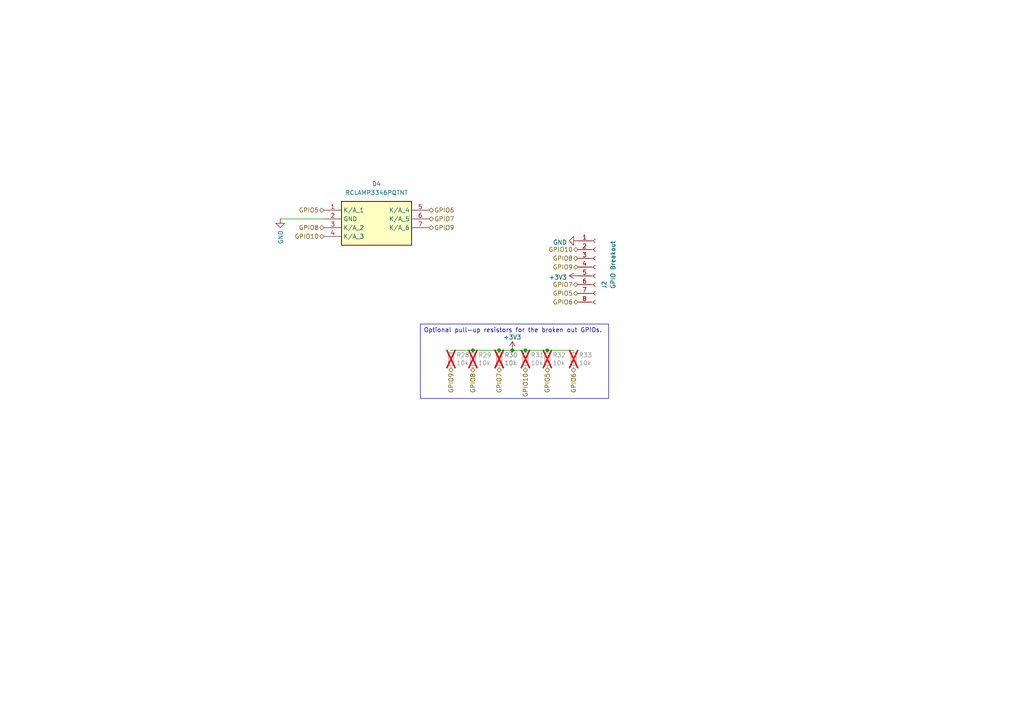
<source format=kicad_sch>
(kicad_sch (version 20231120) (generator "eeschema") (generator_version "8.0")
  (paper "A4")
  (lib_symbols
    (symbol "Connector:Conn_01x08_Female" (pin_names (offset 1.016) hide)
      (property "Reference" "J" (at 0 10.16 0))
      (property "Value" "Conn_01x08_Female" (at 0 -12.7 0))
      (symbol "Conn_01x08_Female_1_1"
        (arc (start 0 -9.652) (mid -0.5058 -10.16) (end 0 -10.668) (stroke (width 0.1524)))
        (arc (start 0 -7.112) (mid -0.5058 -7.62) (end 0 -8.128) (stroke (width 0.1524)))
        (arc (start 0 -4.572) (mid -0.5058 -5.08) (end 0 -5.588) (stroke (width 0.1524)))
        (arc (start 0 -2.032) (mid -0.5058 -2.54) (end 0 -3.048) (stroke (width 0.1524)))
        (polyline (pts (xy -1.27 -10.16) (xy -0.508 -10.16)) (stroke (width 0.1524)))
        (polyline (pts (xy -1.27 -7.62) (xy -0.508 -7.62)) (stroke (width 0.1524)))
        (polyline (pts (xy -1.27 -5.08) (xy -0.508 -5.08)) (stroke (width 0.1524)))
        (polyline (pts (xy -1.27 -2.54) (xy -0.508 -2.54)) (stroke (width 0.1524)))
        (polyline (pts (xy -1.27 0) (xy -0.508 0)) (stroke (width 0.1524)))
        (polyline (pts (xy -1.27 2.54) (xy -0.508 2.54)) (stroke (width 0.1524)))
        (polyline (pts (xy -1.27 5.08) (xy -0.508 5.08)) (stroke (width 0.1524)))
        (polyline (pts (xy -1.27 7.62) (xy -0.508 7.62)) (stroke (width 0.1524)))
        (arc (start 0 0.508) (mid -0.5058 0) (end 0 -0.508) (stroke (width 0.1524)))
        (arc (start 0 3.048) (mid -0.5058 2.54) (end 0 2.032) (stroke (width 0.1524)))
        (arc (start 0 5.588) (mid -0.5058 5.08) (end 0 4.572) (stroke (width 0.1524)))
        (arc (start 0 8.128) (mid -0.5058 7.62) (end 0 7.112) (stroke (width 0.1524)))
        (pin passive line (at -5.08 7.62 0) (length 3.81) (name "Pin_1") (number "1"))
        (pin passive line (at -5.08 5.08 0) (length 3.81) (name "Pin_2") (number "2"))
        (pin passive line (at -5.08 2.54 0) (length 3.81) (name "Pin_3") (number "3"))
        (pin passive line (at -5.08 0 0) (length 3.81) (name "Pin_4") (number "4"))
        (pin passive line (at -5.08 -2.54 0) (length 3.81) (name "Pin_5") (number "5"))
        (pin passive line (at -5.08 -5.08 0) (length 3.81) (name "Pin_6") (number "6"))
        (pin passive line (at -5.08 -7.62 0) (length 3.81) (name "Pin_7") (number "7"))
        (pin passive line (at -5.08 -10.16 0) (length 3.81) (name "Pin_8") (number "8"))
      )
    )
    (symbol "Device:R_Small" (pin_numbers hide) (pin_names (offset 0.254) hide)
      (property "Reference" "R" (at 0.762 0.508 0))
      (property "Value" "R_Small" (at 0.762 -1.016 0))
      (symbol "R_Small_0_1"
        (rectangle (start -0.762 1.778) (end 0.762 -1.778) (stroke (width 0.2032)))
      )
      (symbol "R_Small_1_1"
        (pin passive line (at 0 2.54 270) (length 0.762) (name "~") (number "1"))
        (pin passive line (at 0 -2.54 90) (length 0.762) (name "~") (number "2"))
      )
    )
    (symbol "iclr:RCLAMP3346PQTNT"
      (property "Reference" "D" (at 26.67 7.62 0))
      (property "Value" "RCLAMP3346PQTNT" (at 26.67 5.08 0))
      (symbol "RCLAMP3346PQTNT_1_1"
        (rectangle (start 5.08 2.54) (end 25.4 -10.16) (stroke (width 0.254)) (fill (type background)))
        (pin passive line (at 0 0 0) (length 5.08) (name "K/A_1") (number "1"))
        (pin passive line (at 0 -2.54 0) (length 5.08) (name "GND") (number "2"))
        (pin passive line (at 0 -5.08 0) (length 5.08) (name "K/A_2") (number "3"))
        (pin passive line (at 0 -7.62 0) (length 5.08) (name "K/A_3") (number "4"))
        (pin passive line (at 30.48 0 180) (length 5.08) (name "K/A_4") (number "5"))
        (pin passive line (at 30.48 -2.54 180) (length 5.08) (name "K/A_5") (number "6"))
        (pin passive line (at 30.48 -5.08 180) (length 5.08) (name "K/A_6") (number "7"))
      )
    )
    (symbol "power:+3.3V" (power) (pin_names (offset 0))
      (property "Value" "+3.3V" (at 0 3.556 0))
      (symbol "+3.3V_0_1"
        (polyline (pts (xy -0.762 1.27) (xy 0 2.54)))
        (polyline (pts (xy 0 0) (xy 0 2.54)))
        (polyline (pts (xy 0 2.54) (xy 0.762 1.27)))
      )
      (symbol "+3.3V_1_1"
        (pin power_in line (at 0 0 90) (length 0) hide (name "+3V3") (number "1"))
      )
    )
    (symbol "power:GND" (power) (pin_names (offset 0))
      (property "Value" "GND" (at 0 -3.81 0))
      (symbol "GND_0_1"
        (polyline (pts (xy 0 0) (xy 0 -1.27) (xy 1.27 -1.27) (xy 0 -2.54) (xy -1.27 -1.27) (xy 0 -1.27)))
      )
      (symbol "GND_1_1"
        (pin power_in line (at 0 0 270) (length 0) hide (name "GND") (number "1"))
      )
    )
  )
  (junction (at 152.4 101.6))
  (junction (at 148.59 101.6))
  (junction (at 144.78 101.6))
  (junction (at 158.75 101.6))
  (junction (at 137.16 101.6))
  (wire (pts (xy 130.81 101.6) (xy 137.16 101.6)))
  (wire (pts (xy 152.4 101.6) (xy 158.75 101.6)))
  (wire (pts (xy 148.59 101.6) (xy 152.4 101.6)))
  (wire (pts (xy 144.78 101.6) (xy 148.59 101.6)))
  (wire (pts (xy 81.28 63.5) (xy 93.98 63.5)))
  (wire (pts (xy 158.75 101.6) (xy 166.37 101.6)))
  (wire (pts (xy 137.16 101.6) (xy 144.78 101.6)))
  (text_box "Optional pull-up resistors for the broken out GPIOs." (at 121.92 93.98 0) (size 54.61 21.59) (effects (font (size 1.27 1.27)) (justify left top)))
  (hierarchical_label "GPIO6" (shape bidirectional) (at 124.46 60.96 0))
  (hierarchical_label "GPIO6" (shape bidirectional) (at 167.64 87.63 180))
  (hierarchical_label "GPIO5" (shape bidirectional) (at 167.64 85.09 180))
  (hierarchical_label "GPIO8" (shape bidirectional) (at 137.16 106.68 270))
  (hierarchical_label "GPIO7" (shape bidirectional) (at 144.78 106.68 270))
  (hierarchical_label "GPIO6" (shape bidirectional) (at 166.37 106.68 270))
  (hierarchical_label "GPIO9" (shape bidirectional) (at 124.46 66.04 0))
  (hierarchical_label "GPIO7" (shape bidirectional) (at 124.46 63.5 0))
  (hierarchical_label "GPIO7" (shape bidirectional) (at 167.64 82.55 180))
  (hierarchical_label "GPIO9" (shape bidirectional) (at 167.64 77.47 180))
  (hierarchical_label "GPIO9" (shape bidirectional) (at 130.81 106.68 270))
  (hierarchical_label "GPIO10" (shape bidirectional) (at 167.64 72.39 180))
  (hierarchical_label "GPIO8" (shape bidirectional) (at 93.98 66.04 180))
  (hierarchical_label "GPIO5" (shape bidirectional) (at 93.98 60.96 180))
  (hierarchical_label "GPIO10" (shape bidirectional) (at 93.98 68.58 180))
  (hierarchical_label "GPIO5" (shape bidirectional) (at 158.75 106.68 270))
  (hierarchical_label "GPIO10" (shape bidirectional) (at 152.4 106.68 270))
  (hierarchical_label "GPIO8" (shape bidirectional) (at 167.64 74.93 180))
  (symbol (lib_id "Device:R_Small") (at 130.81 104.14 0) (unit 1) (dnp yes)
    (property "Reference" "R28" (at 132.3086 102.9716 0) (effects (justify left)))
    (property "Value" "10k" (at 132.3086 105.283 0) (effects (justify left)))
    (property "Footprint" "Resistor_SMD:R_0402_1005Metric" (effects (hide yes)))
  )
  (symbol (lib_id "power:+3.3V") (at 148.59 101.6 0) (unit 1)
    (property "Reference" "#PWR026" (effects (hide yes)))
    (property "Value" "+3V3" (at 148.59 97.79 0))
  )
  (symbol (lib_id "iclr:RCLAMP3346PQTNT") (at 93.98 60.96 0) (unit 1)
    (property "Reference" "D4" (at 109.22 53.34 0))
    (property "Value" "RCLAMP3346PQTNT" (at 109.22 55.88 0))
    (property "Footprint" "iclr:RCLAMP3346PQTNT" (effects (hide yes)))
    (property "Description" "ESD Suppressors / TVS Diodes 6Line ESD protection automotive grade" (effects (hide yes)))
    (property "Height" "0.53" (effects (hide yes)))
    (property "Mouser Part Number" "947-RCLAMP3346PQTNT" (effects (hide yes)))
    (property "Mouser Price/Stock" "https://www.mouser.co.uk/ProductDetail/Semtech/RCLAMP3346PQTNT?qs=gTYE2QTfZfTlZML4DB76Nw%3D%3D" (effects (hide yes)))
    (property "Manufacturer_Name" "SEMTECH" (effects (hide yes)))
    (property "Manufacturer_Part_Number" "RCLAMP3346PQTNT" (effects (hide yes)))
  )
  (symbol (lib_id "power:GND") (at 81.28 63.5 0) (unit 1)
    (property "Reference" "#PWR09" (effects (hide yes)))
    (property "Value" "GND" (at 81.407 66.7512 90) (effects (justify right)))
  )
  (symbol (lib_id "Connector:Conn_01x08_Female") (at 172.72 77.47 0) (unit 1)
    (property "Reference" "J2" (at 175.26 83.82 90) (effects (justify left)))
    (property "Value" "GPIO Breakout" (at 177.7969 83.82 90) (effects (justify left)))
    (property "Footprint" "Connector_PinSocket_2.54mm:PinSocket_2x04_P2.54mm_Vertical" (effects (hide yes)))
  )
  (symbol (lib_id "power:GND") (at 167.64 69.85 270) (unit 1)
    (property "Reference" "#PWR027" (effects (hide yes)))
    (property "Value" "GND" (at 164.4651 70.2838 90) (effects (justify right)))
  )
  (symbol (lib_id "Device:R_Small") (at 137.16 104.14 0) (unit 1) (dnp yes)
    (property "Reference" "R29" (at 138.6586 102.9716 0) (effects (justify left)))
    (property "Value" "10k" (at 138.6586 105.283 0) (effects (justify left)))
    (property "Footprint" "Resistor_SMD:R_0402_1005Metric" (effects (hide yes)))
  )
  (symbol (lib_id "Device:R_Small") (at 166.37 104.14 0) (unit 1) (dnp yes)
    (property "Reference" "R33" (at 167.8686 102.9716 0) (effects (justify left)))
    (property "Value" "10k" (at 167.8686 105.283 0) (effects (justify left)))
    (property "Footprint" "Resistor_SMD:R_0402_1005Metric" (effects (hide yes)))
  )
  (symbol (lib_id "Device:R_Small") (at 158.75 104.14 0) (unit 1) (dnp yes)
    (property "Reference" "R32" (at 160.2486 102.9716 0) (effects (justify left)))
    (property "Value" "10k" (at 160.2486 105.283 0) (effects (justify left)))
    (property "Footprint" "Resistor_SMD:R_0402_1005Metric" (effects (hide yes)))
  )
  (symbol (lib_id "power:+3.3V") (at 167.64 80.01 90) (unit 1)
    (property "Reference" "#PWR079" (effects (hide yes)))
    (property "Value" "+3V3" (at 164.465 80.4438 90) (effects (justify left)))
  )
  (symbol (lib_id "Device:R_Small") (at 144.78 104.14 0) (unit 1) (dnp yes)
    (property "Reference" "R30" (at 146.2786 102.9716 0) (effects (justify left)))
    (property "Value" "10k" (at 146.2786 105.283 0) (effects (justify left)))
    (property "Footprint" "Resistor_SMD:R_0402_1005Metric" (effects (hide yes)))
  )
  (symbol (lib_id "Device:R_Small") (at 152.4 104.14 0) (unit 1) (dnp yes)
    (property "Reference" "R31" (at 153.8986 102.9716 0) (effects (justify left)))
    (property "Value" "10k" (at 153.8986 105.283 0) (effects (justify left)))
    (property "Footprint" "Resistor_SMD:R_0402_1005Metric" (effects (hide yes)))
  )
)
</source>
